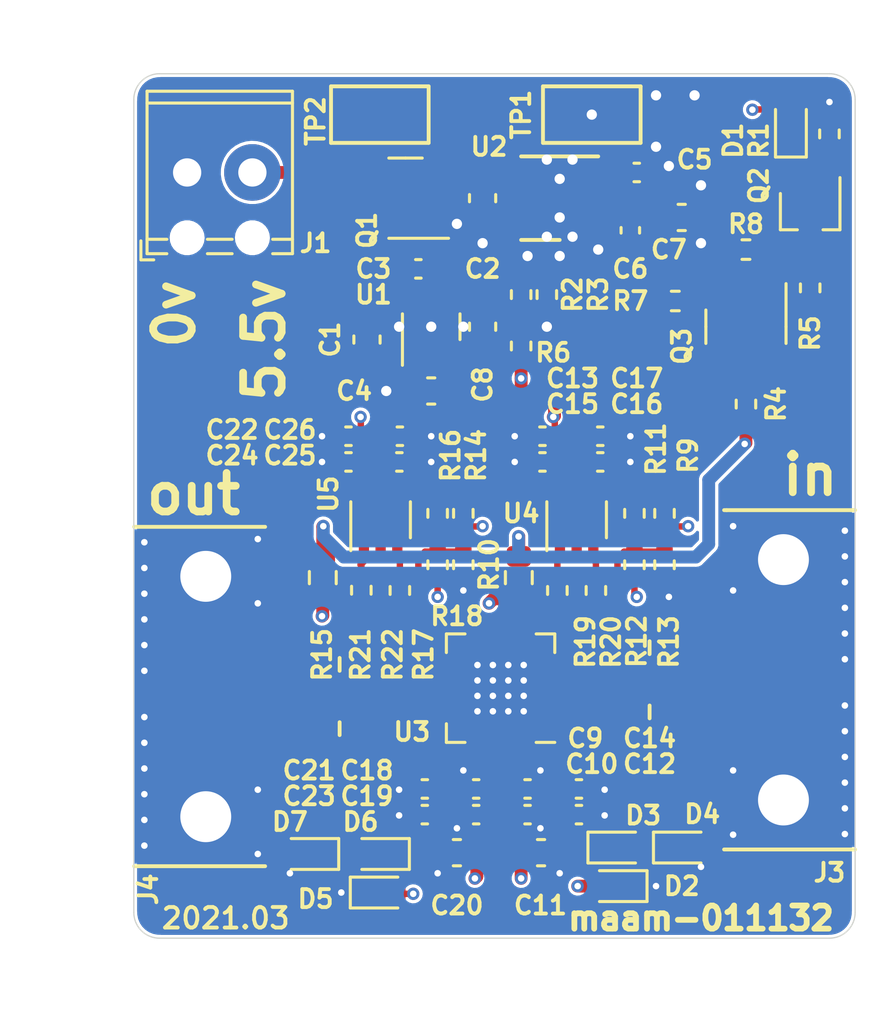
<source format=kicad_pcb>
(kicad_pcb (version 20210228) (generator pcbnew)
  (layers (0 "F.Cu" signal) (1 "In1.Cu" signal) (2 "In2.Cu" signal) (31 "B.Cu" signal) (34 "B.Paste" user) (35 "F.Paste" user) (36 "B.SilkS" user "B.Silkscreen") (37 "F.SilkS" user "F.Silkscreen") (38 "B.Mask" user) (39 "F.Mask" user) (44 "Edge.Cuts" user))
  (net 0 "")
  (net 1 "EP")
  (net 2 "Net-(C1-Pad1)")
  (net 3 "Net-(C3-Pad2)")
  (net 4 "Net-(C3-Pad1)")
  (net 5 "Net-(C4-Pad1)")
  (net 6 "Net-(C5-Pad1)")
  (net 7 "Net-(C6-Pad1)")
  (net 8 "Net-(C8-Pad1)")
  (net 9 "-5V")
  (net 10 "/mmic_bias_a/Vd")
  (net 11 "Net-(D1-Pad1)")
  (net 12 "Net-(J1-Pad2)")
  (net 13 "/mmic_bias_a/Vg")
  (net 14 "Net-(J3-Pad1)")
  (net 15 "Net-(J4-Pad1)")
  (net 16 "+4V")
  (net 17 "Net-(Q2-Pad3)")
  (net 18 "Net-(Q2-Pad1)")
  (net 19 "Net-(Q3-Pad3)")
  (net 20 "/mmic_bias_a1/Vd")
  (net 21 "Net-(Q3-Pad1)")
  (net 22 "Net-(R2-Pad2)")
  (net 23 "/mmic_bias_a1/Vg")
  (net 24 "Net-(D3-Pad2)")
  (net 25 "Net-(D6-Pad2)")
  (net 26 "/mmic_bias_a/Vp")
  (net 27 "Net-(R11-Pad2)")
  (net 28 "Net-(R12-Pad2)")
  (net 29 "Net-(R16-Pad2)")
  (net 30 "Net-(R17-Pad2)")
  (net 31 "Net-(R19-Pad2)")
  (net 32 "Net-(R21-Pad2)")
  (net 33 "Net-(R20-Pad2)")
  (net 34 "Net-(R22-Pad2)")
  (footprint "jtk_rf_footprints:sw_edge_oshpark_4layer" (layer "F.Cu") (at 99.435 69.125 90)
    (fp_text reference "J4")
    (fp_text value "Conn_Coaxial")
  )
  (footprint "Resistor_SMD:R_0402_1005Metric" (layer "F.Cu") (at 120.5 53.74)
    (fp_text reference "R7")
    (fp_text value "0")
  )
  (footprint "Diode_SMD:D_SOD-523" (layer "F.Cu") (at 120.8 75)
    (fp_text reference "D4")
    (fp_text value "BAS516")
  )
  (footprint "Resistor_SMD:R_0402_1005Metric" (layer "F.Cu") (at 120.08 62 -90)
    (fp_text reference "R9")
    (fp_text value "15k")
  )
  (footprint "Resistor_SMD:R_0402_1005Metric" (layer "F.Cu") (at 118.91 62 90)
    (fp_text reference "R11")
    (fp_text value "1k")
  )
  (footprint "Resistor_SMD:R_0402_1005Metric" (layer "F.Cu") (at 112.25 62 -90)
    (fp_text reference "R14")
    (fp_text value "15k")
  )
  (footprint "Resistor_SMD:R_0402_1005Metric" (layer "F.Cu") (at 115.5 53.49 -90)
    (fp_text reference "R3")
    (fp_text value "51k")
  )
  (footprint "Package_TO_SOT_SMD:SOT-323_SC-70" (layer "F.Cu") (at 125.75 50.24 -90)
    (fp_text reference "Q2")
    (fp_text value "BC848W")
  )
  (footprint "Resistor_SMD:R_0402_1005Metric" (layer "F.Cu") (at 111.25 62 90)
    (fp_text reference "R16")
    (fp_text value "1k")
  )
  (footprint "Capacitor_SMD:C_0402_1005Metric" (layer "F.Cu") (at 116.75 73.72)
    (fp_text reference "C12")
    (fp_text value "100 pF")
  )
  (footprint "Capacitor_SMD:C_0402_1005Metric" (layer "F.Cu") (at 110.5 52.49)
    (fp_text reference "C3")
    (fp_text value "1 uF")
  )
  (footprint "Capacitor_SMD:C_0402_1005Metric" (layer "F.Cu") (at 109.76 60)
    (fp_text reference "C25")
    (fp_text value "100 pF")
  )
  (footprint "Capacitor_SMD:C_0402_1005Metric" (layer "F.Cu") (at 112.75 73.72 180)
    (fp_text reference "C19")
    (fp_text value "100 nF")
  )
  (footprint "Capacitor_SMD:C_0603_1608Metric" (layer "F.Cu") (at 113 49.74 -90)
    (fp_text reference "C2")
    (fp_text value "4.7 uF")
  )
  (footprint "Capacitor_SMD:C_0402_1005Metric" (layer "F.Cu") (at 115.33 60 180)
    (fp_text reference "C15")
    (fp_text value "100 pF")
  )
  (footprint "Capacitor_SMD:C_0603_1608Metric" (layer "F.Cu") (at 111 57.24 180)
    (fp_text reference "C4")
    (fp_text value "4.7 uF")
  )
  (footprint "Resistor_SMD:R_0402_1005Metric" (layer "F.Cu") (at 115.91 65 90)
    (fp_text reference "R19")
    (fp_text value "1k")
  )
  (footprint "jtk_rf_footprints:sw_edge_oshpark_4layer" (layer "F.Cu") (at 127.5 68.475 -90)
    (fp_text reference "J3")
    (fp_text value "Conn_Coaxial")
  )
  (footprint "Capacitor_SMD:C_0402_1005Metric" (layer "F.Cu") (at 112.75 72.72 180)
    (fp_text reference "C18")
    (fp_text value "100 pF")
  )
  (footprint "TestPoint:TestPoint_Keystone_5015_Micro-Minature" (layer "F.Cu") (at 109 46.49)
    (fp_text reference "TP2")
    (fp_text value "TestPoint")
  )
  (footprint "Capacitor_SMD:C_0402_1005Metric" (layer "F.Cu") (at 110.75 72.72 180)
    (fp_text reference "C21")
    (fp_text value "100 pF")
  )
  (footprint "Capacitor_SMD:C_0402_1005Metric" (layer "F.Cu") (at 116.75 72.72)
    (fp_text reference "C14")
    (fp_text value "1 nH")
  )
  (footprint "Resistor_SMD:R_0603_1608Metric" (layer "F.Cu") (at 114.41 64.5 -90)
    (fp_text reference "R10")
    (fp_text value "0.5")
  )
  (footprint "Resistor_SMD:R_0402_1005Metric" (layer "F.Cu") (at 126.5 47.24 90)
    (fp_text reference "R1")
    (fp_text value "10k")
  )
  (footprint "Capacitor_SMD:C_0402_1005Metric" (layer "F.Cu") (at 117.58 59)
    (fp_text reference "C17")
    (fp_text value "100 nF")
  )
  (footprint "Resistor_SMD:R_0402_1005Metric" (layer "F.Cu") (at 117.41 65 90)
    (fp_text reference "R20")
    (fp_text value "1k")
  )
  (footprint "Package_TO_SOT_SMD:SOT-353_SC-70-5" (layer "F.Cu") (at 116.66 62.25 90)
    (fp_text reference "U4")
    (fp_text value "TLV9001IDCK")
  )
  (footprint "Capacitor_SMD:C_0603_1608Metric" (layer "F.Cu") (at 108.5 55.24 90)
    (fp_text reference "C1")
    (fp_text value "4.7 uF")
  )
  (footprint "Resistor_SMD:R_0402_1005Metric" (layer "F.Cu") (at 118.91 64 90)
    (fp_text reference "R12")
    (fp_text value "1k")
  )
  (footprint "Capacitor_SMD:C_0402_1005Metric" (layer "F.Cu") (at 115.33 59 180)
    (fp_text reference "C13")
    (fp_text value "100 nF")
  )
  (footprint "Resistor_SMD:R_0603_1608Metric" (layer "F.Cu") (at 106.78 64.5 -90)
    (fp_text reference "R15")
    (fp_text value "0.5")
  )
  (footprint "Capacitor_SMD:C_0603_1608Metric" (layer "F.Cu") (at 120.75 50.49)
    (fp_text reference "C7")
    (fp_text value "4.7 uF")
  )
  (footprint "Package_TO_SOT_SMD:SOT-23" (layer "F.Cu") (at 110 49.74 180)
    (fp_text reference "Q1")
    (fp_text value "IRLML6401")
  )
  (footprint "Resistor_SMD:R_0402_1005Metric" (layer "F.Cu") (at 108.28 64.99 90)
    (fp_text reference "R21")
    (fp_text value "1k")
  )
  (footprint "Capacitor_SMD:C_0402_1005Metric" (layer "F.Cu") (at 118.75 50.99 -90)
    (fp_text reference "C6")
    (fp_text value "1 nF")
  )
  (footprint "Diode_SMD:D_SOD-523" (layer "F.Cu") (at 109 76.75)
    (fp_text reference "D5")
    (fp_text value "BAS516")
  )
  (footprint "Resistor_SMD:R_0402_1005Metric" (layer "F.Cu") (at 112.25 64 -90)
    (fp_text reference "R18")
    (fp_text value "100k")
  )
  (footprint "Capacitor_SMD:C_0402_1005Metric" (layer "F.Cu") (at 117.58 60)
    (fp_text reference "C16")
    (fp_text value "100 pF")
  )
  (footprint "Resistor_SMD:R_0402_1005Metric" (layer "F.Cu") (at 123.25 51.74 180)
    (fp_text reference "R8")
    (fp_text value "10k")
  )
  (footprint "Capacitor_SMD:C_0402_1005Metric" (layer "F.Cu") (at 119 48.74)
    (fp_text reference "C5")
    (fp_text value "1 nF")
  )
  (footprint "Capacitor_SMD:C_0402_1005Metric" (layer "F.Cu") (at 107.78 60 180)
    (fp_text reference "C24")
    (fp_text value "100 pF")
  )
  (footprint "Package_TO_SOT_SMD:SOT-353_SC-70-5" (layer "F.Cu") (at 109.03 62.25 90)
    (fp_text reference "U5")
    (fp_text value "TLV9001IDCK")
  )
  (footprint "Capacitor_SMD:C_0402_1005Metric" (layer "F.Cu") (at 114.75 72.72)
    (fp_text reference "C9")
    (fp_text value "100 pF")
  )
  (footprint "Capacitor_SMD:C_0402_1005Metric" (layer "F.Cu") (at 114.75 73.72)
    (fp_text reference "C10")
    (fp_text value "100 nF")
  )
  (footprint "Resistor_SMD:R_0402_1005Metric" (layer "F.Cu") (at 111.25 64 90)
    (fp_text reference "R17")
    (fp_text value "1k")
  )
  (footprint "TestPoint:TestPoint_Keystone_5015_Micro-Minature" (layer "F.Cu") (at 117.25 46.49 180)
    (fp_text reference "TP1")
    (fp_text value "TestPoint")
  )
  (footprint "Capacitor_SMD:C_0402_1005Metric" (layer "F.Cu") (at 109.78 59)
    (fp_text reference "C26")
    (fp_text value "100 nF")
  )
  (footprint "Resistor_SMD:R_0402_1005Metric" (layer "F.Cu") (at 109.78 65 90)
    (fp_text reference "R22")
    (fp_text value "1k")
  )
  (footprint "Capacitor_SMD:C_0402_1005Metric" (layer "F.Cu") (at 107.78 59 180)
    (fp_text reference "C22")
    (fp_text value "100 nF")
  )
  (footprint "Capacitor_SMD:C_0603_1608Metric" (layer "F.Cu") (at 112 75.2 180)
    (fp_text reference "C20")
    (fp_text value "4.7 uF")
  )
  (footprint "Resistor_SMD:R_0402_1005Metric" (layer "F.Cu") (at 120.08 64 -90)
    (fp_text reference "R13")
    (fp_text value "100k")
  )
  (footprint "Capacitor_SMD:C_0603_1608Metric" (layer "F.Cu") (at 115.275 75.2)
    (fp_text reference "C11")
    (fp_text value "4.7 uF")
  )
  (footprint "Resistor_SMD:R_0402_1005Metric" (layer "F.Cu") (at 114.5 53.49 90)
    (fp_text reference "R2")
    (fp_text value "158k")
  )
  (footprint "Diode_SMD:D_SOD-523" (layer "F.Cu") (at 109 75.25 180)
    (fp_text reference "D6")
    (fp_text value "BAS516")
  )
  (footprint "Resistor_SMD:R_0402_1005Metric" (layer "F.Cu") (at 114.5 55.49 -90)
    (fp_text reference "R6")
    (fp_text value "0")
  )
  (footprint "Diode_SMD:D_SOD-523" (layer "F.Cu") (at 125 46.99 90)
    (fp_text reference "D1")
    (fp_text value "MM5Z3V3T1G")
  )
  (footprint "Diode_SMD:D_SOD-523" (layer "F.Cu") (at 118.25 76.5 180)
    (fp_text reference "D2")
    (fp_text value "BAS516")
  )
  (footprint "Diode_SMD:D_SOD-523" (layer "F.Cu") (at 106.25 75.25 180)
    (fp_text reference "D7")
    (fp_text value "BAS516")
  )
  (footprint "Capacitor_SMD:C_0603_1608Metric" (layer "F.Cu") (at 113 54.74 90)
    (fp_text reference "C8")
    (fp_text value "4.7 uF")
  )
  (footprint "Resistor_SMD:R_0402_1005Metric" (layer "F.Cu") (at 125.75 53.23 -90)
    (fp_text reference "R5")
    (fp_text value "10k")
  )
  (footprint "Package_TO_SOT_SMD:SOT-23" (layer "F.Cu") (at 123.25 54.74 -90)
    (fp_text reference "Q3")
    (fp_text value "IRLML6401")
  )
  (footprint "Capacitor_SMD:C_0402_1005Metric" (layer "F.Cu") (at 110.75 73.72 180)
    (fp_text reference "C23")
    (fp_text value "1 nH")
  )
  (footprint "TerminalBlock_Phoenix:TerminalBlock_Phoenix_MPT-0,5-2-2.54_1x02_P2.54mm_Horizontal" (layer "F.Cu") (at 101.5 48.74)
    (fp_text reference "J1")
    (fp_text value "Screw_Terminal_01x02")
  )
  (footprint "Diode_SMD:D_SOD-523" (layer "F.Cu") (at 118.25 75)
    (fp_text reference "D3")
    (fp_text value "BAS516")
  )
  (footprint "Package_SON:WSON-8-1EP_2x2mm_P0.5mm_EP0.9x1.6mm" (layer "F.Cu") (at 111 54.74 90)
    (fp_text reference "U1")
    (fp_text value "LM27761")
  )
  (footprint "Resistor_SMD:R_0402_1005Metric" (layer "F.Cu") (at 123.25 57.75 -90)
    (fp_text reference "R4")
    (fp_text value "0")
  )
  (footprint "Package_DFN_QFN:DFN-8-1EP_3x3mm_P0.5mm_EP1.66x2.38mm" (layer "F.Cu") (at 116 49.74 180)
    (fp_text reference "U2")
    (fp_text value "ADM7170ACPZ-4.2-R7")
  )
  (footprint "jtk_rf_footprints:PQFN-16-1EP_4x4mm_P0.65mm_EP2.4x2.4mm" (layer "F.Cu") (at 113.7 68.8 180)
    (fp_text reference "U3")
    (fp_text value "MAAM-011132")
  )
  (gr_arc (start 100.425 77.525) (end 100.425 78.525) (angle 90) (layer "Edge.Cuts") (width 0.05))
  (gr_arc (start 126.5 45.9) (end 127.5 45.9) (angle -90) (layer "Edge.Cuts") (width 0.05))
  (gr_line (start 126.5 44.9) (end 100.425 44.9) (layer "Edge.Cuts") (width 0.05))
  (gr_line (start 100.425 78.525) (end 126.5 78.525) (layer "Edge.Cuts") (width 0.05))
  (gr_arc (start 100.425 45.9) (end 99.425 45.9) (angle 90) (layer "Edge.Cuts") (width 0.05))
  (gr_line (start 99.425 45.9) (end 99.425 77.525) (layer "Edge.Cuts") (width 0.05))
  (gr_arc (start 126.5 77.525) (end 126.5 78.525) (angle -90) (layer "Edge.Cuts") (width 0.05))
  (gr_line (start 127.5 77.525) (end 127.5 45.9) (layer "Edge.Cuts") (width 0.05))
  (gr_text "out" (at 101.75 61.25) (layer "F.SilkS") (effects (font (size 1.5 1.5) (thickness 0.3))))
  (gr_text "in" (at 125.75 60.5) (layer "F.SilkS") (effects (font (size 1.5 1.5) (thickness 0.3))))
  (gr_text "0v" (at 101 54.24 90) (layer "F.SilkS") (effects (font (size 1.5 1.5) (thickness 0.3))))
  (gr_text "maam-011132" (at 121.5 77.75) (layer "F.SilkS") (effects (font (size 0.9 0.9) (thickness 0.225))))
  (gr_text "5.5v" (at 104.5 55.24 90) (layer "F.SilkS") (effects (font (size 1.5 1.5) (thickness 0.3))))
  (gr_text "2021.03" (at 103 77.75) (layer "F.SilkS") (effects (font (size 0.8 0.8))))
  (segment (start 121.5 75) (end 121.5 75.75) (width 0.5) (layer "F.Cu") (net 1))
  (segment (start 116.05 75.95) (end 116 76) (width 0.5) (layer "F.Cu") (net 1))
  (segment (start 113.375 67.025) (end 113.375 68.475) (width 0.25) (layer "F.Cu") (net 1))
  (segment (start 111.925 68.475) (end 113.375 68.475) (width 0.25) (layer "F.Cu") (net 1))
  (segment (start 107.3 59) (end 106.75 59) (width 0.25) (layer "F.Cu") (net 1))
  (segment (start 115.5 54) (end 115.5 54.74) (width 0.5) (layer "F.Cu") (net 1))
  (segment (start 126.5 46.73) (end 126.5 46) (width 0.25) (layer "F.Cu") (net 1))
  (segment (start 109.78 72.72) (end 109.75 72.75) (width 0.5) (layer "F.Cu") (net 1))
  (segment (start 117.23 72.72) (end 117.72 72.72) (width 0.5) (layer "F.Cu") (net 1))
  (segment (start 112.25 64.51) (end 112.25 65) (width 0.25) (layer "F.Cu") (net 1))
  (segment (start 111.225 75.975) (end 111.25 76) (width 0.5) (layer "F.Cu") (net 1))
  (segment (start 113 50.515) (end 113 51.24) (width 0.5) (layer "F.Cu") (net 1))
  (segment (start 115.23 72.72) (end 115.23 72.02) (width 0.5) (layer "F.Cu") (net 1))
  (segment (start 110.225 57.24) (end 109.25 57.24) (width 0.25) (layer "F.Cu") (net 1))
  (segment (start 120.08 65.08) (end 120.25 65.25) (width 0.25) (layer "F.Cu") (net 1))
  (segment (start 110.75 55.69) (end 110.75 54.99) (width 0.25) (layer "F.Cu") (net 1))
  (segment (start 105.55 75.25) (end 105.55 75.95) (width 0.5) (layer "F.Cu") (net 1))
  (segment (start 112.725 69.775) (end 113.7 68.8) (width 0.25) (layer "F.Cu") (net 1))
  (segment (start 110.225 57.24) (end 110.225 56.765) (width 0.25) (layer "F.Cu") (net 1))
  (segment (start 120.08 64.51) (end 120.08 65.08) (width 0.25) (layer "F.Cu") (net 1))
  (segment (start 117.72 73.72) (end 117.75 73.75) (width 0.5) (layer "F.Cu") (net 1))
  (segment (start 110.27 73.72) (end 109.78 73.72) (width 0.5) (layer "F.Cu") (net 1))
  (segment (start 109.78 73.72) (end 109.75 73.75) (width 0.5) (layer "F.Cu") (net 1))
  (segment (start 110.27 72.72) (end 109.78 72.72) (width 0.5) (layer "F.Cu") (net 1))
  (segment (start 112.27 73.98) (end 112 74.25) (width 0.5) (layer "F.Cu") (net 1))
  (segment (start 115.475 69.125) (end 114.025 69.125) (width 0.25) (layer "F.Cu") (net 1))
  (segment (start 111 50.69) (end 111.95 50.69) (width 0.5) (layer "F.Cu") (net 1))
  (segment (start 119.48 48.74) (end 120.25 48.74) (width 0.25) (layer "F.Cu") (net 1))
  (segment (start 117.23 73.72) (end 117.72 73.72) (width 0.5) (layer "F.Cu") (net 1))
  (segment (start 114.675 69.775) (end 113.7 68.8) (width 0.25) (layer "F.Cu") (net 1))
  (segment (start 111.225 75.2) (end 111.225 75.975) (width 0.5) (layer "F.Cu") (net 1))
  (segment (start 114.675 67.025) (end 114.675 67.825) (width 0.25) (layer "F.Cu") (net 1))
  (segment (start 112.27 72.72) (end 112.27 72.02) (width 0.5) (layer "F.Cu") (net 1))
  (segment (start 112.725 67.025) (end 112.725 67.825) (width 0.25) (layer "F.Cu") (net 1))
  (segment (start 114.85 59) (end 114.25 59) (width 0.25) (layer "F.Cu") (net 1))
  (segment (start 115.23 72.02) (end 115.25 72) (width 0.5) (layer "F.Cu") (net 1))
  (segment (start 110.225 56.765) (end 110.75 56.24) (width 0.25) (layer "F.Cu") (net 1))
  (segment (start 111.925 67.825) (end 112.725 67.825) (width 0.25) (layer "F.Cu") (net 1))
  (segment (start 111.95 50.69) (end 112 50.74) (width 0.5) (layer "F.Cu") (net 1))
  (segment (start 111.925 69.775) (end 112.725 69.775) (width 0.25) (layer "F.Cu") (net 1))
  (segment (start 114.025 68.475) (end 113.7 68.8) (width 0.25) (layer "F.Cu") (net 1))
  (segment (start 110.75 56.24) (end 110.75 55.69) (width 0.25) (layer "F.Cu") (net 1))
  (segment (start 112.27 72.02) (end 112.25 72) (width 0.5) (layer "F.Cu") (net 1))
  (segment (start 115.23 73.72) (end 115.23 74.23) (width 0.5) (layer "F.Cu") (net 1))
  (segment (start 107.3 60) (end 106.75 60) (width 0.25) (layer "F.Cu") (net 1))
  (segment (start 114.85 60) (end 114.25 60) (width 0.25) (layer "F.Cu") (net 1))
  (segment (start 108.5 54.465) (end 109.475 54.465) (width 0.39) (layer "F.Cu") (net 1))
  (segment (start 114.6 49.49) (end 115.75 49.49) (width 0.25) (layer "F.Cu") (net 1))
  (segment (start 110.75 54.99) (end 111 54.74) (width 0.25) (layer "F.Cu") (net 1))
  (segment (start 112.25 54.74) (end 112.25 54.715) (width 0.5) (layer "F.Cu") (net 1))
  (segment (start 118.06 60) (end 118.75 60) (width 0.25) (layer "F.Cu") (net 1))
  (segment (start 118.95 76.5) (end 119.75 76.5) (width 0.5) (layer "F.Cu") (net 1))
  (segment (start 114.675 67.825) (end 113.7 68.8) (width 0.25) (layer "F.Cu") (net 1))
  (segment (start 115.475 67.825) (end 114.675 67.825) (width 0.25) (layer "F.Cu") (net 1))
  (segment (start 110.24 60) (end 111 60) (width 0.25) (layer "F.Cu") (net 1))
  (segment (start 111 54.74) (end 112.25 54.74) (width 0.5) (layer "F.Cu") (net 1))
  (segment (start 115.475 69.775) (end 114.675 69.775) (width 0.25) (layer "F.Cu") (net 1))
  (segment (start 116.05 75.2) (end 116.05 75.95) (width 0.5) (layer "F.Cu") (net 1))
  (segment (start 115.23 74.23) (end 115.25 74.25) (width 0.5) (layer "F.Cu") (net 1))
  (segment (start 112.725 67.825) (end 113.7 68.8) (width 0.25) (layer "F.Cu") (net 1))
  (segment (start 117.72 72.72) (end 117.75 72.75) (width 0.5) (layer "F.Cu") (net 1))
  (segment (start 110.26 59) (end 111 59) (width 0.25) (layer "F.Cu") (net 1))
  (segment (start 108.3 76.75) (end 107.5 76.75) (width 0.5) (layer "F.Cu") (net 1))
  (segment (start 105.55 75.95) (end 105.5 76) (width 0.5) (layer "F.Cu") (net 1))
  (segment (start 114.025 69.125) (end 113.7 68.8) (width 0.25) (layer "F.Cu") (net 1))
  (segment (start 118.06 59) (end 118.75 59) (width 0.25) (layer "F.Cu") (net 1))
  (segment (start 114.025 67.025) (end 114.025 68.475) (width 0.25) (layer "F.Cu") (net 1))
  (segment (start 112.25 54.715) (end 113 53.965) (width 0.5) (layer "F.Cu") (net 1))
  (segment (start 113.375 68.475) (end 113.7 68.8) (width 0.25) (layer "F.Cu") (net 1))
  (segment (start 109.475 54.465) (end 109.75 54.74) (width 0.39) (layer "F.Cu") (net 1))
  (segment (start 115.75 49.49) (end 116 49.74) (width 0.25) (layer "F.Cu") (net 1))
  (segment (start 112.27 73.72) (end 112.27 73.98) (width 0.5) (layer "F.Cu") (net 1))
  (via (at 112 74.25) (size 0.48) (drill 0.254) (layers "F.Cu" "B.Cu") (net 1))
  (via (at 121.5 51.49) (size 0.8) (drill 0.4) (layers "F.Cu" "B.Cu") (net 1))
  (via (at 114 67.9) (size 0.48) (drill 0.254) (layers "F.Cu" "B.Cu") (net 1))
  (via (at 111 54.74) (size 0.8) (drill 0.4) (layers "F.Cu" "B.Cu") (net 1))
  (via (at 122.75 72) (size 0.48) (drill 0.254) (layers "F.Cu" "B.Cu") (net 1))
  (via (at 115.5 51.24) (size 0.8) (drill 0.4) (layers "F.Cu" "B.Cu") (net 1))
  (via (at 126.5 46) (size 0.48) (drill 0.254) (layers "F.Cu" "B.Cu") (net 1))
  (via (at 117.25 46.49) (size 0.8) (drill 0.4) (layers "F.Cu" "B.Cu") (net 1))
  (via (at 117.75 73.75) (size 0.48) (drill 0.254) (layers "F.Cu" "B.Cu") (net 1))
  (via (at 113.4 69.7) (size 0.48) (drill 0.254) (layers "F.Cu" "B.Cu") (net 1))
  (via (at 113.4 68.5) (size 0.48) (drill 0.254) (layers "F.Cu" "B.Cu") (net 1))
  (via (at 105.5 76) (size 0.48) (drill 0.254) (layers "F.Cu" "B.Cu") (net 1))
  (via (at 118.75 60) (size 0.48) (drill 0.254) (layers "F.Cu" "B.Cu") (net 1))
  (via (at 115.25 74.25) (size 0.48) (drill 0.254) (layers "F.Cu" "B.Cu") (net 1))
  (via (at 116.5 51.24) (size 0.8) (drill 0.4) (layers "F.Cu" "B.Cu") (net 1))
  (via (at 115.5 54.74) (size 0.8) (drill 0.4) (layers "F.Cu" "B.Cu") (net 1))
  (via (at 121.25 45.74) (size 0.8) (drill 0.4) (layers "F.Cu" "B.Cu") (net 1))
  (via (at 119.75 76.5) (size 0.48) (drill 0.254) (layers "F.Cu" "B.Cu") (net 1))
  (via (at 120.25 65.25) (size 0.48) (drill 0.254) (layers "F.Cu" "B.Cu") (net 1))
  (via (at 115.25 72) (size 0.48) (drill 0.254) (layers "F.Cu" "B.Cu") (net 1))
  (via (at 111 59) (size 0.48) (drill 0.254) (layers "F.Cu" "B.Cu") (net 1))
  (via (at 113.4 69.1) (size 0.48) (drill 0.254) (layers "F.Cu" "B.Cu") (net 1))
  (via (at 104.25 72.75) (size 0.48) (drill 0.254) (layers "F.Cu" "B.Cu") (net 1))
  (via (at 115.5 48.24) (size 0.8) (drill 0.4) (layers "F.Cu" "B.Cu") (net 1))
  (via (at 116 51.99) (size 0.8) (drill 0.4) (layers "F.Cu" "B.Cu") (net 1))
  (via (at 120.25 48.49) (size 0.8) (drill 0.4) (layers "F.Cu" "B.Cu") (net 1))
  (via (at 106.75 59) (size 0.48) (drill 0.254) (layers "F.Cu" "B.Cu") (net 1))
  (via (at 116.5 48.24) (size 0.8) (drill 0.4) (layers "F.Cu" "B.Cu") (net 1))
  (via (at 104.25 75.25) (size 0.48) (drill 0.254) (layers "F.Cu" "B.Cu") (net 1))
  (via (at 112 50.74) (size 0.8) (drill 0.4) (layers "F.Cu" "B.Cu") (net 1))
  (via (at 109.75 73.75) (size 0.48) (drill 0.254) (layers "F.Cu" "B.Cu") (net 1))
  (via (at 104.25 63) (size 0.48) (drill 0.254) (layers "F.Cu" "B.Cu") (net 1))
  (via (at 109.25 57.24) (size 0.8) (drill 0.4) (layers "F.Cu" "B.Cu") (net 1))
  (via (at 116 50.49) (size 0.8) (drill 0.4) (layers "F.Cu" "B.Cu") (net 1))
  (via (at 114.75 51.99) (size 0.8) (drill 0.4) (layers "F.Cu" "B.Cu") (net 1))
  (via (at 114.6 69.1) (size 0.48) (drill 0.254) (layers "F.Cu" "B.Cu") (net 1))
  (via (at 114.6 68.5) (size 0.48) (drill 0.254) (layers "F.Cu" "B.Cu") (net 1))
  (via (at 111 60) (size 0.48) (drill 0.254) (layers "F.Cu" "B.Cu") (net 1))
  (via (at 112.8 67.9) (size 0.48) (drill 0.254) (layers "F.Cu" "B.Cu") (net 1))
  (via (at 114.6 69.7) (size 0.48) (drill 0.254) (layers "F.Cu" "B.Cu") (net 1))
  (via (at 119.75 47.74) (size 0.8) (drill 0.4) (layers "F.Cu" "B.Cu") (net 1))
  (via (at 114.6 67.9) (size 0.48) (drill 0.254) (layers "F.Cu" "B.Cu") (net 1))
  (via (at 111.25 76) (size 0.48) (drill 0.254) (layers "F.Cu" "B.Cu") (net 1))
  (via (at 117.5 51.74) (size 0.8) (drill 0.4) (layers "F.Cu" "B.Cu") (net 1))
  (via (at 119.75 45.74) (size 0.8) (drill 0.4) (layers "F.Cu" "B.Cu") (net 1))
  (via (at 106.75 60) (size 0.48) (drill 0.254) (layers "F.Cu" "B.Cu") (net 1))
  (via (at 109.75 54.74) (size 0.8) (drill 0.4) (layers "F.Cu" "B.Cu") (net 1))
  (via (at 112.8 69.1) (size 0.48) (drill 0.254) (layers "F.Cu" "B.Cu") (net 1))
  (via (at 117.75 72.75) (size 0.48) (drill 0.254) (layers "F.Cu" "B.Cu") (net 1))
  (via (at 116 48.99) (size 0.8) (drill 0.4) (layers "F.Cu" "B.Cu") (net 1))
  (via (at 114 69.1) (size 0.48) (drill 0.254) (layers "F.Cu" "B.Cu") (net 1))
  (via (at 114.25 59) (size 0.48) (drill 0.254) (layers "F.Cu" "B.Cu") (net 1))
  (via (at 104.25 65.5) (size 0.48) (drill 0.254) (layers "F.Cu" "B.Cu") (net 1))
  (via (at 112.25 54.74) (size 0.8) (drill 0.4) (layers "F.Cu" "B.Cu") (net 1))
  (via (at 112.25 72) (size 0.48) (drill 0.254) (layers "F.Cu" "B.Cu") (net 1))
  (via (at 118.75 59) (size 0.48) (drill 0.254) (layers "F.Cu" "B.Cu") (net 1))
  (via (at 113 51.49) (size 0.8) (drill 0.4) (layers "F.Cu" "B.Cu") (net 1))
  (via (at 122.75 65) (size 0.48) (drill 0.254) (layers "F.Cu" "B.Cu") (net 1))
  (via (at 112.25 65) (size 0.48) (drill 0.254) (layers "F.Cu" "B.Cu") (net 1))
  (via (at 121.5 75.75) (size 0.48) (drill 0.254) (layers "F.Cu" "B.Cu") (net 1))
  (via (at 114 69.7) (size 0.48) (drill 0.254) (layers "F.Cu" "B.Cu") (net 1))
  (via (at 121.5 49.24) (size 0.8) (drill 0.4) (layers "F.Cu" "B.Cu") (net 1))
  (via (at 122.75 74.5) (size 0.48) (drill 0.254) (layers "F.Cu" "B.Cu") (net 1))
  (via (at 109.75 72.75) (size 0.48) (drill 0.254) (layers "F.Cu" "B.Cu") (net 1))
  (via (at 122.75 62.5) (size 0.48) (drill 0.254) (layers "F.Cu" "B.Cu") (net 1))
  (via (at 114.25 60) (size 0.48) (drill 0.254) (layers "F.Cu" "B.Cu") (net 1))
  (via (at 112.8 69.7) (size 0.48) (drill 0.254) (layers "F.Cu" "B.Cu") (net 1))
  (via (at 113.4 67.9) (size 0.48) (drill 0.254) (layers "F.Cu" "B.Cu") (net 1))
  (via (at 114 68.5) (size 0.48) (drill 0.254) (layers "F.Cu" "B.Cu") (net 1))
  (via (at 112.8 68.5) (size 0.48) (drill 0.254) (layers "F.Cu" "B.Cu") (net 1))
  (via (at 107.5 76.75) (size 0.48) (drill 0.254) (layers "F.Cu" "B.Cu") (net 1))
  (via (at 116 76) (size 0.48) (drill 0.254) (layers "F.Cu" "B.Cu") (net 1))
  (segment (start 111.399388 51.545) (end 112.094388 52.24) (width 0.5) (layer "F.Cu") (net 2))
  (segment (start 107.775 56.015) (end 108.5 56.015) (width 0.5) (layer "F.Cu") (net 2))
  (segment (start 108.945 51.545) (end 111.399388 51.545) (width 0.5) (layer "F.Cu") (net 2))
  (segment (start 112.75 52.24) (end 113.5 52.24) (width 0.25) (layer "F.Cu") (net 2))
  (segment (start 114.6 49.99) (end 114 49.99) (width 0.25) (layer "F.Cu") (net 2))
  (segment (start 113.99799 50.48799) (end 113.99799 49.98799) (width 0.25) (layer "F.Cu") (net 2))
  (segment (start 110.25 55.69) (end 110.25 55.99) (width 0.25) (layer "F.Cu") (net 2))
  (segment (start 109.25 56.24) (end 108.725 56.24) (width 0.5) (layer "F.Cu") (net 2))
  (segment (start 111.377009 52.957379) (end 112.094388 52.24) (width 0.25) (layer "F.Cu") (net 2))
  (segment (start 112.25 48.99) (end 112.275 48.965) (width 0.5) (layer "F.Cu") (net 2))
  (segment (start 107.5 51.74) (end 107 52.24) (width 0.5) (layer "F.Cu") (net 2))
  (segment (start 114 48.99) (end 113.99 48.99) (width 0.5) (layer "F.Cu") (net 2))
  (segment (start 108.725 56.24) (end 108.5 56.015) (width 0.5) (layer "F.Cu") (net 2))
  (segment (start 108.945 51.545) (end 108.75 51.74) (width 0.5) (layer "F.Cu") (net 2))
  (segment (start 107 52.24) (end 107 54.74) (width 0.5) (layer "F.Cu") (net 2))
  (segment (start 113.5 52.24) (end 114 51.74) (width 0.25) (layer "F.Cu") (net 2))
  (segment (start 111.25 53.79) (end 111.25 53.273172) (width 0.25) (layer "F.Cu") (net 2))
  (segment (start 111.377009 53.146163) (end 111.377009 52.957379) (width 0.25) (layer "F.Cu") (net 2))
  (segment (start 111 48.79) (end 111.05 48.74) (width 0.5) (layer "F.Cu") (net 2))
  (segment (start 113.99799 51.73799) (end 113.99799 50.48799) (width 0.25) (layer "F.Cu") (net 2))
  (segment (start 107.75 55.99) (end 107.775 56.015) (width 0.5) (layer "F.Cu") (net 2))
  (segment (start 113.99 48.99) (end 113.025 48.99) (width 0.5) (layer "F.Cu") (net 2))
  (segment (start 107 55.24) (end 107.75 55.99) (width 0.5) (layer "F.Cu") (net 2))
  (segment (start 113.372966 52.267011) (end 113.872989 51.766988) (width 0.5) (layer "F.Cu") (net 2))
  (segment (start 111.05 48.74) (end 111.75 48.74) (width 0.5) (layer "F.Cu") (net 2))
  (segment (start 112.094388 52.24) (end 112.75 52.24) (width 0.25) (layer "F.Cu") (net 2))
  (segment (start 114 49.99) (end 113.99799 49.98799) (width 0.25) (layer "F.Cu") (net 2))
  (segment (start 112.275 48.965) (end 113 48.965) (width 0.5) (layer "F.Cu") (net 2))
  (segment (start 110.25 55.99) (end 110 56.24) (width 0.25) (layer "F.Cu") (net 2))
  (segment (start 114 50.49) (end 113.99799 50.48799) (width 0.25) (layer "F.Cu") (net 2))
  (segment (start 113.99799 48.99201) (end 114 48.99) (width 0.25) (layer "F.Cu") (net 2))
  (segment (start 112.121399 52.267011) (end 113.372966 52.267011) (width 0.5) (layer "F.Cu") (net 2))
  (segment (start 113.872989 49.107011) (end 113.99 48.99) (width 0.5) (layer "F.Cu") (net 2))
  (segment (start 111.25 53.273172) (end 111.377009 53.146163) (width 0.25) (layer "F.Cu") (net 2))
  (segment (start 112.094388 52.24) (end 112.121399 52.267011) (width 0.5) (layer "F.Cu") (net 2))
  (segment (start 113.025 48.99) (end 113 48.965) (width 0.5) (layer "F.Cu") (net 2))
  (segment (start 108.75 51.74) (end 107.5 51.74) (width 0.5) (layer "F.Cu") (net 2))
  (segment (start 114.6 50.49) (end 114 50.49) (width 0.25) (layer "F.Cu") (net 2))
  (segment (start 111 48.79) (end 110.95 48.74) (width 0.5) (layer "F.Cu") (net 2))
  (segment (start 112 48.74) (end 112.25 48.99) (width 0.5) (layer "F.Cu") (net 2))
  (segment (start 113.99799 49.98799) (end 113.99799 48.99201) (width 0.25) (layer "F.Cu") (net 2))
  (segment (start 111.75 48.74) (end 112 48.74) (width 0.5) (layer "F.Cu") (net 2))
  (segment (start 110 56.24) (end 109.25 56.24) (width 0.5) (layer "F.Cu") (net 2))
  (segment (start 107 54.74) (end 107 55.24) (width 0.5) (layer "F.Cu") (net 2))
  (segment (start 114.6 48.99) (end 114 48.99) (width 0.25) (layer "F.Cu") (net 2))
  (segment (start 114 51.74) (end 113.99799 51.73799) (width 0.25) (layer "F.Cu") (net 2))
  (segment (start 113.872989 51.766988) (end 113.872989 49.107011) (width 0.5) (layer "F.Cu") (net 2))
  (segment (start 110.75 53.24) (end 111 52.99) (width 0.25) (layer "F.Cu") (net 3))
  (segment (start 111 52.51) (end 110.98 52.49) (width 0.25) (layer "F.Cu") (net 3))
  (segment (start 111 52.99) (end 111 52.51) (width 0.25) (layer "F.Cu") (net 3))
  (segment (start 110.75 53.79) (end 110.75 53.24) (width 0.25) (layer "F.Cu") (net 3))
  (segment (start 110 52.99) (end 110 52.51) (width 0.25) (layer "F.Cu") (net 4))
  (segment (start 110.25 53.79) (end 110.25 53.24) (width 0.25) (layer "F.Cu") (net 4))
  (segment (start 110.25 53.24) (end 110 52.99) (width 0.25) (layer "F.Cu") (net 4))
  (segment (start 110 52.51) (end 110.02 52.49) (width 0.25) (layer "F.Cu") (net 4))
  (segment (start 111.25 56.24) (end 111.25 55.69) (width 0.25) (layer "F.Cu") (net 5))
  (segment (start 111.775 56.765) (end 111.25 56.24) (width 0.25) (layer "F.Cu") (net 5))
  (segment (start 111.775 57.24) (end 111.775 56.765) (width 0.25) (layer "F.Cu") (net 5))
  (segment (start 117.4 48.99) (end 118 48.99) (width 0.25) (layer "F.Cu") (net 6))
  (segment (start 118.25 48.74) (end 118.52 48.74) (width 0.25) (layer "F.Cu") (net 6))
  (segment (start 118 48.99) (end 118.25 48.74) (width 0.25) (layer "F.Cu") (net 6))
  (segment (start 119.975 53.725) (end 119.99 53.74) (width 0.5) (layer "F.Cu") (net 7))
  (segment (start 119.975 50.49) (end 119.975 53.725) (width 0.5) (layer "F.Cu") (net 7))
  (segment (start 112 56.24) (end 112.75 56.24) (width 0.5) (layer "F.Cu") (net 8))
  (segment (start 111.75 55.69) (end 111.75 55.99) (width 0.25) (layer "F.Cu") (net 8))
  (segment (start 114.01 54.98) (end 114.5 54.98) (width 0.5) (layer "F.Cu") (net 8))
  (segment (start 113.75 55.24) (end 114.01 54.98) (width 0.5) (layer "F.Cu") (net 8))
  (segment (start 114.5 54.98) (end 114.5 54) (width 0.5) (layer "F.Cu") (net 8))
  (segment (start 111.75 55.99) (end 112 56.24) (width 0.25) (layer "F.Cu") (net 8))
  (segment (start 113 55.515) (end 113.475 55.515) (width 0.5) (layer "F.Cu") (net 8))
  (segment (start 112.75 56.24) (end 113 55.99) (width 0.5) (layer "F.Cu") (net 8))
  (segment (start 113 55.99) (end 113 55.515) (width 0.5) (layer "F.Cu") (net 8))
  (segment (start 113.475 55.515) (end 113.75 55.24) (width 0.5) (layer "F.Cu") (net 8))
  (segment (start 113.19 61.49) (end 114.39 61.49) (width 0.5) (layer "F.Cu") (net 9))
  (segment (start 117.1 59) (end 117.1 60) (width 0.25) (layer "F.Cu") (net 9))
  (segment (start 119.75 60.75) (end 117.73862 60.75) (width 0.25) (layer "F.Cu") (net 9))
  (segment (start 117.45724 60.46862) (end 117.1 60.46862) (width 0.25) (layer "F.Cu") (net 9))
  (segment (start 116.66 63.2) (end 116.66 62.06) (width 0.25) (layer "F.Cu") (net 9))
  (segment (start 120.08 61.08) (end 119.75 60.75) (width 0.25) (layer "F.Cu") (net 9))
  (segment (start 109.28 59.02) (end 109.3 59) (width 0.25) (layer "F.Cu") (net 9))
  (segment (start 116.66 62.06) (end 116.66 60.90862) (width 0.25) (layer "F.Cu") (net 9))
  (segment (start 117.1 60.35) (end 117.1 60) (width 0.25) (layer "F.Cu") (net 9))
  (segment (start 112.25 61) (end 112 60.75) (width 0.25) (layer "F.Cu") (net 9))
  (segment (start 114.5 56) (end 114.5 56.75) (width 0.5) (layer "F.Cu") (net 9))
  (segment (start 109.03 60.72) (end 109.28 60.47) (width 0.25) (layer "F.Cu") (net 9))
  (segment (start 113.19 61.49) (end 112.25 61.49) (width 0.5) (layer "F.Cu") (net 9))
  (segment (start 110.125598 60.75) (end 109.845598 60.47) (width 0.25) (layer "F.Cu") (net 9))
  (segment (start 116.66 60.90862) (end 117.1 60.46862) (width 0.25) (layer "F.Cu") (net 9))
  (segment (start 117.1 60.46862) (end 117.1 60) (width 0.25) (layer "F.Cu") (net 9))
  (segment (start 113.19 61.49) (end 113.19 59.01) (width 0.5) (layer "F.Cu") (net 9))
  (segment (start 117.73862 60.75) (end 117.45724 60.46862) (width 0.25) (layer "F.Cu") (net 9))
  (segment (start 112.25 61.49) (end 112.25 61) (width 0.25) (layer "F.Cu") (net 9))
  (segment (start 120.08 61.49) (end 120.08 61.08) (width 0.25) (layer "F.Cu") (net 9))
  (segment (start 109.03 63.2) (end 109.03 60.72) (width 0.25) (layer "F.Cu") (net 9))
  (segment (start 109.845598 60.47) (end 109.28 60.47) (width 0.25) (layer "F.Cu") (net 9))
  (segment (start 113.19 59.01) (end 114.5 57.7) (width 0.5) (layer "F.Cu") (net 9))
  (segment (start 125 46.29) (end 123.51 46.29) (width 0.25) (layer "F.Cu") (net 9))
  (segment (start 123.51 46.29) (end 123.5 46.3) (width 0.25) (layer "F.Cu") (net 9))
  (segment (start 112 60.75) (end 110.125598 60.75) (width 0.25) (layer "F.Cu") (net 9))
  (segment (start 109.28 60) (end 109.28 59.02) (width 0.25) (layer "F.Cu") (net 9))
  (segment (start 114.96 62.06) (end 116.66 62.06) (width 0.5) (layer "F.Cu") (net 9))
  (segment (start 114.39 61.49) (end 114.96 62.06) (width 0.5) (layer "F.Cu") (net 9))
  (segment (start 109.28 60.47) (end 109.28 60) (width 0.25) (layer "F.Cu") (net 9))
  (segment (start 114.5 57.7) (end 114.5 56.75) (width 0.5) (layer "F.Cu") (net 9))
  (via (at 114.5 56.75) (size 0.48) (drill 0.254) (layers "F.Cu" "B.Cu") (net 9))
  (via (at 123.5 46.3) (size 0.48) (drill 0.254) (layers "F.Cu" "B.Cu") (net 9))
  (segment (start 114.025 71.325) (end 114.27 71.57) (width 0.2) (layer "F.Cu") (net 10))
  (segment (start 114.5 74.25) (end 114.5 75.2) (width 0.5) (layer "F.Cu") (net 10))
  (segment (start 114.27 73.72) (end 114.27 74.02) (width 0.5) (layer "F.Cu") (net 10))
  (segment (start 114.41 65.325) (end 115.075 65.325) (width 0.25) (layer "F.Cu") (net 10))
  (segment (start 114.41 65.325) (end 113.425 65.325) (width 0.5) (layer "F.Cu") (net 10))
  (segment (start 114.27 72.72) (end 114.27 73.72) (width 0.5) (layer "F.Cu") (net 10))
  (segment (start 113.425 65.325) (end 113.25 65.5) (width 0.5) (layer "F.Cu") (net 10))
  (segment (start 115.075 65.325) (end 115.26 65.51) (width 0.25) (layer "F.Cu") (net 10))
  (segment (start 114.5 75.2) (end 114.5 76.2) (width 0.5) (layer "F.Cu") (net 10))
  (segment (start 114.27 71.57) (end 114.27 72.72) (width 0.2) (layer "F.Cu") (net 10))
  (segment (start 114.27 74.02) (end 114.5 74.25) (width 0.5) (layer "F.Cu") (net 10))
  (segment (start 114.025 70.575) (end 114.025 71.325) (width 0.2) (layer "F.Cu") (net 10))
  (segment (start 115.26 65.51) (end 115.91 65.51) (width 0.25) (layer "F.Cu") (net 10))
  (via (at 114.5 76.2) (size 0.48) (drill 0.254) (layers "F.Cu" "B.Cu") (net 10))
  (via (at 113.25 65.5) (size 0.48) (drill 0.254) (layers "F.Cu" "B.Cu") (net 10))
  (segment (start 125.1 49.24) (end 125.1 47.79) (width 0.25) (layer "F.Cu") (net 11))
  (segment (start 125.1 47.79) (end 125 47.69) (width 0.25) (layer "F.Cu") (net 11))
  (segment (start 109 49.74) (end 106.5 49.74) (width 0.5) (layer "F.Cu") (net 12))
  (segment (start 109 46.49) (end 109 49.74) (width 0.5) (layer "F.Cu") (net 12))
  (segment (start 104.04 48.74) (end 105.5 48.74) (width 0.5) (layer "F.Cu") (net 12))
  (segment (start 106.5 49.74) (end 106 49.24) (width 0.5) (layer "F.Cu") (net 12))
  (segment (start 105.5 48.74) (end 106 49.24) (width 0.5) (layer "F.Cu") (net 12))
  (segment (start 116.27 73.72) (end 116.27 74.02) (width 0.5) (layer "F.Cu") (net 13))
  (segment (start 118.91 62.51) (end 120.08 62.51) (width 0.25) (layer "F.Cu") (net 13))
  (segment (start 114.9 71.2) (end 115.6 71.2) (width 0.2) (layer "F.Cu") (net 13))
  (segment (start 117.25 75) (end 117.55 75) (width 0.5) (layer "F.Cu") (net 13))
  (segment (start 117.55 76.5) (end 116.7 76.5) (width 0.5) (layer "F.Cu") (net 13))
  (segment (start 115.6 71.2) (end 116.27 71.87) (width 0.2) (layer "F.Cu") (net 13))
  (segment (start 116.27 72.72) (end 116.27 73.72) (width 0.5) (layer "F.Cu") (net 13))
  (segment (start 114.675 70.575) (end 114.675 70.975) (width 0.2) (layer "F.Cu") (net 13))
  (segment (start 116.27 71.87) (end 116.27 72.72) (width 0.2) (layer "F.Cu") (net 13))
  (segment (start 114.675 70.975) (end 114.9 71.2) (width 0.2) (layer "F.Cu") (net 13))
  (segment (start 117.55 75) (end 117.55 76.5) (width 0.5) (layer "F.Cu") (net 13))
  (segment (start 120.99 62.51) (end 121 62.5) (width 0.25) (layer "F.Cu") (net 13))
  (segment (start 120.08 62.51) (end 120.99 62.51) (width 0.25) (layer "F.Cu") (net 13))
  (segment (start 116.27 74.02) (end 117.25 75) (width 0.5) (layer "F.Cu") (net 13))
  (via (at 121 62.5) (size 0.48) (drill 0.254) (layers "F.Cu" "B.Cu") (net 13))
  (via (at 116.7 76.5) (size 0.48) (drill 0.254) (layers "F.Cu" "B.Cu") (net 13))
  (segment (start 124.46 68.475) (end 115.475 68.475) (width 0.39) (layer "F.Cu") (net 14))
  (segment (start 102.49 69.125) (end 111.925 69.125) (width 0.39) (layer "F.Cu") (net 15))
  (segment (start 116.01 60.76) (end 116.01 61.3) (width 0.25) (layer "F.Cu") (net 16))
  (segment (start 108.25 60.5) (end 108.38 60.63) (width 0.25) (layer "F.Cu") (net 16))
  (segment (start 108.26 59) (end 108.26 60) (width 0.25) (layer "F.Cu") (net 16))
  (segment (start 122.3 53.8025) (end 122.3 52.95) (width 0.25) (layer "F.Cu") (net 16))
  (segment (start 121.01 54.79) (end 121.01 53.74) (width 0.5) (layer "F.Cu") (net 16))
  (segment (start 121.01 53.74) (end 122.2375 53.74) (width 0.5) (layer "F.Cu") (net 16))
  (segment (start 108.26 58.26) (end 108.25 58.25) (width 0.25) (layer "F.Cu") (net 16))
  (segment (start 108.26 60) (end 108.26 60.49) (width 0.25) (layer "F.Cu") (net 16))
  (segment (start 122.2375 53.74) (end 122.3 53.8025) (width 0.5) (layer "F.Cu") (net 16))
  (segment (start 116.4 57.1) (end 118.7 57.1) (width 0.5) (layer "F.Cu") (net 16))
  (segment (start 115.8 57.7) (end 116.4 57.1) (width 0.5) (layer "F.Cu") (net 16))
  (segment (start 111.25 64.51) (end 111.25 65.25) (width 0.25) (layer "F.Cu") (net 16))
  (segment (start 115.81 58.31) (end 115.75 58.25) (width 0.25) (layer "F.Cu") (net 16))
  (segment (start 115.81 60) (end 115.81 60.56) (width 0.25) (layer "F.Cu") (net 16))
  (segment (start 122.74 52.49) (end 122.74 51.74) (width 0.25) (layer "F.Cu") (net 16))
  (segment (start 115.81 60.56) (end 116.01 60.76) (width 0.25) (layer "F.Cu") (net 16))
  (segment (start 122.75 52.5) (end 122.74 52.49) (width 0.25) (layer "F.Cu") (net 16))
  (segment (start 118.91 65.16) (end 119 65.25) (width 0.25) (layer "F.Cu") (net 16))
  (segment (start 115.81 60) (end 115.81 59) (width 0.25) (layer "F.Cu") (net 16))
  (segment (start 118.91 64.51) (end 118.91 65.16) (width 0.25) (layer "F.Cu") (net 16))
  (segment (start 115.75 58.25) (end 115.8 58.2) (width 0.5) (layer "F.Cu") (net 16))
  (segment (start 108.38 60.63) (end 108.38 61.3) (width 0.25) (layer "F.Cu") (net 16))
  (segment (start 108.26 60.49) (end 108.25 60.5) (width 0.25) (layer "F.Cu") (net 16))
  (segment (start 115.8 58.2) (end 115.8 57.7) (width 0.5) (layer "F.Cu") (net 16))
  (segment (start 118.7 57.1) (end 121.01 54.79) (width 0.5) (layer "F.Cu") (net 16))
  (segment (start 108.26 59) (end 108.26 58.26) (width 0.25) (layer "F.Cu") (net 16))
  (segment (start 122.3 52.95) (end 122.75 52.5) (width 0.25) (layer "F.Cu") (net 16))
  (segment (start 115.81 59) (end 115.81 58.31) (width 0.25) (layer "F.Cu") (net 16))
  (via (at 111.25 65.25) (size 0.48) (drill 0.254) (layers "F.Cu" "B.Cu") (net 16))
  (via (at 119 65.25) (size 0.48) (drill 0.254) (layers "F.Cu" "B.Cu") (net 16))
  (via (at 115.75 58.25) (size 0.48) (drill 0.254) (layers "F.Cu" "B.Cu") (net 16))
  (via (at 108.25 58.25) (size 0.48) (drill 0.254) (layers "F.Cu" "B.Cu") (net 16))
  (segment (start 125.75 52.72) (end 125.75 51.24) (width 0.25) (layer "F.Cu") (net 17))
  (segment (start 126.5 48.5) (end 126.4 48.6) (width 0.25) (layer "F.Cu") (net 18))
  (segment (start 126.5 47.75) (end 126.5 48.5) (width 0.25) (layer "F.Cu") (net 18))
  (segment (start 126.4 48.6) (end 126.4 49.24) (width 0.25) (layer "F.Cu") (net 18))
  (segment (start 123.25 55.6775) (end 123.25 57.24) (width 0.5) (layer "F.Cu") (net 19))
  (segment (start 112.775 74.475) (end 112.775 75.2) (width 0.5) (layer "F.Cu") (net 20))
  (segment (start 113.23 73.72) (end 113.23 74.02) (width 0.5) (layer "F.Cu") (net 20))
  (segment (start 106.78 65.97) (end 106.75 66) (width 0.5) (layer "F.Cu") (net 20))
  (segment (start 106.78 65.325) (end 107.325 65.325) (width 0.25) (layer "F.Cu") (net 20))
  (segment (start 112.775 76.125) (end 112.7 76.2) (width 0.5) (layer "F.Cu") (net 20))
  (segment (start 113.23 71.47) (end 113.23 72.72) (width 0.2) (layer "F.Cu") (net 20))
  (segment (start 113.23 74.02) (end 112.775 74.475) (width 0.5) (layer "F.Cu") (net 20))
  (segment (start 113.23 72.72) (end 113.23 73.72) (width 0.5) (layer "F.Cu") (net 20))
  (segment (start 107.5 65.5) (end 108.28 65.5) (width 0.25) (layer "F.Cu") (net 20))
  (segment (start 107.325 65.325) (end 107.5 65.5) (width 0.25) (layer "F.Cu") (net 20))
  (segment (start 113.375 70.575) (end 113.375 71.325) (width 0.2) (layer "F.Cu") (net 20))
  (segment (start 113.375 71.325) (end 113.23 71.47) (width 0.2) (layer "F.Cu") (net 20))
  (segment (start 106.78 65.325) (end 106.78 65.97) (width 0.5) (layer "F.Cu") (net 20))
  (segment (start 112.775 75.2) (end 112.775 76.125) (width 0.5) (layer "F.Cu") (net 20))
  (via (at 106.75 66) (size 0.48) (drill 0.254) (layers "F.Cu" "B.Cu") (net 20))
  (via (at 112.7 76.2) (size 0.48) (drill 0.254) (layers "F.Cu" "B.Cu") (net 20))
  (segment (start 124.2 52.7) (end 124.2 53.8025) (width 0.25) (layer "F.Cu") (net 21))
  (segment (start 123.76 51.74) (end 123.76 52.26) (width 0.25) (layer "F.Cu") (net 21))
  (segment (start 125.6875 53.8025) (end 125.75 53.74) (width 0.25) (layer "F.Cu") (net 21))
  (segment (start 124.2 53.8025) (end 125.6875 53.8025) (width 0.25) (layer "F.Cu") (net 21))
  (segment (start 123.76 52.26) (end 124.2 52.7) (width 0.25) (layer "F.Cu") (net 21))
  (segment (start 114.5 52.98) (end 115.5 52.98) (width 0.25) (layer "F.Cu") (net 22))
  (segment (start 111.75 53.79) (end 111.75 53.24) (width 0.25) (layer "F.Cu") (net 22))
  (segment (start 112 52.99) (end 112.01 52.98) (width 0.25) (layer "F.Cu") (net 22))
  (segment (start 111.75 53.24) (end 112 52.99) (width 0.25) (layer "F.Cu") (net 22))
  (segment (start 112.01 52.98) (end 114.5 52.98) (width 0.25) (layer "F.Cu") (net 22))
  (segment (start 109.7 75.25) (end 109.7 76.75) (width 0.5) (layer "F.Cu") (net 23))
  (segment (start 110.598614 74.5) (end 110 74.5) (width 0.5) (layer "F.Cu") (net 23))
  (segment (start 112.25 62.51) (end 112.99 62.51) (width 0.25) (layer "F.Cu") (net 23))
  (segment (start 111.23 71.87) (end 111.23 72.72) (width 0.2) (layer "F.Cu") (net 23))
  (segment (start 109.75 76.8) (end 109.7 76.75) (width 0.25) (layer "F.Cu") (net 23))
  (segment (start 111.23 73.868614) (end 110.598614 74.5) (width 0.5) (layer "F.Cu") (net 23))
  (segment (start 111.25 62.51) (end 112.25 62.51) (width 0.25) (layer "F.Cu") (net 23))
  (segment (start 112.725 70.575) (end 112.725 71.075) (width 0.2) (layer "F.Cu") (net 23))
  (segment (start 112.725 71.075) (end 112.5 71.3) (width 0.2) (layer "F.Cu") (net 23))
  (segment (start 110.3 76.8) (end 109.75 76.8) (width 0.25) (layer "F.Cu") (net 23))
  (segment (start 109.7 74.8) (end 109.7 75.25) (width 0.5) (layer "F.Cu") (net 23))
  (segment (start 112.99 62.51) (end 113 62.5) (width 0.25) (layer "F.Cu") (net 23))
  (segment (start 111.23 73.72) (end 111.23 73.868614) (width 0.5) (layer "F.Cu") (net 23))
  (segment (start 112.5 71.3) (end 111.8 71.3) (width 0.2) (layer "F.Cu") (net 23))
  (segment (start 110 74.5) (end 109.7 74.8) (width 0.5) (layer "F.Cu") (net 23))
  (segment (start 111.23 72.72) (end 111.23 73.72) (width 0.5) (layer "F.Cu") (net 23))
  (segment (start 111.8 71.3) (end 111.23 71.87) (width 0.2) (layer "F.Cu") (net 23))
  (via (at 113 62.5) (size 0.48) (drill 0.254) (layers "F.Cu" "B.Cu") (net 23))
  (via (at 110.3 76.8) (size 0.48) (drill 0.254) (layers "F.Cu" "B.Cu") (net 23))
  (segment (start 118.95 75) (end 120.05 75) (width 0.5) (layer "F.Cu") (net 24))
  (segment (start 108.3 75.25) (end 106.95 75.25) (width 0.5) (layer "F.Cu") (net 25))
  (segment (start 106.78 62.52) (end 106.8 62.5) (width 0.5) (layer "F.Cu") (net 26))
  (segment (start 114.41 62.91) (end 114.4 62.9) (width 0.5) (layer "F.Cu") (net 26))
  (segment (start 123.25 59.25) (end 123.2 59.3) (width 0.5) (layer "F.Cu") (net 26))
  (segment (start 114.41 63.675) (end 114.41 62.91) (width 0.5) (layer "F.Cu") (net 26))
  (segment (start 106.78 63.675) (end 106.78 62.52) (width 0.5) (layer "F.Cu") (net 26))
  (segment (start 123.25 58.26) (end 123.25 59.25) (width 0.5) (layer "F.Cu") (net 26))
  (via (at 114.4 62.9) (size 0.48) (drill 0.254) (layers "F.Cu" "B.Cu") (net 26))
  (via (at 106.8 62.5) (size 0.48) (drill 0.254) (layers "F.Cu" "B.Cu") (net 26))
  (via (at 123.2 59.3) (size 0.48) (drill 0.254) (layers "F.Cu" "B.Cu") (net 26))
  (segment (start 107.6 63.7) (end 114.4 63.7) (width 0.5) (layer "B.Cu") (net 26))
  (segment (start 114.4 63.7) (end 121.3 63.7) (width 0.5) (layer "B.Cu") (net 26))
  (segment (start 121.8 60.7) (end 123.2 59.3) (width 0.5) (layer "B.Cu") (net 26))
  (segment (start 106.8 62.5) (end 106.8 62.9) (width 0.5) (layer "B.Cu") (net 26))
  (segment (start 121.8 63.2) (end 121.8 60.7) (width 0.5) (layer "B.Cu") (net 26))
  (segment (start 121.3 63.7) (end 121.8 63.2) (width 0.5) (layer "B.Cu") (net 26))
  (segment (start 106.8 62.9) (end 107.6 63.7) (width 0.5) (layer "B.Cu") (net 26))
  (segment (start 114.4 62.9) (end 114.4 63.7) (width 0.5) (layer "B.Cu") (net 26))
  (segment (start 118.05 61.3) (end 118.25 61.5) (width 0.25) (layer "F.Cu") (net 27))
  (segment (start 118.26 61.49) (end 118.91 61.49) (width 0.25) (layer "F.Cu") (net 27))
  (segment (start 117.31 61.3) (end 118.05 61.3) (width 0.25) (layer "F.Cu") (net 27))
  (segment (start 118.25 61.5) (end 118.26 61.49) (width 0.25) (layer "F.Cu") (net 27))
  (segment (start 118.91 63.49) (end 118.51 63.49) (width 0.25) (layer "F.Cu") (net 28))
  (segment (start 118.91 63.49) (end 120.08 63.49) (width 0.25) (layer "F.Cu") (net 28))
  (segment (start 118.51 63.49) (end 118.25 63.75) (width 0.25) (layer "F.Cu") (net 28))
  (segment (start 118.25 65.25) (end 117.99 65.51) (width 0.25) (layer "F.Cu") (net 28))
  (segment (start 118.25 63.75) (end 118.25 65.25) (width 0.25) (layer "F.Cu") (net 28))
  (segment (start 117.99 65.51) (end 117.41 65.51) (width 0.25) (layer "F.Cu") (net 28))
  (segment (start 110.5 61.5) (end 110.51 61.49) (width 0.25) (layer "F.Cu") (net 29))
  (segment (start 110.3 61.3) (end 110.5 61.5) (width 0.25) (layer "F.Cu") (net 29))
  (segment (start 110.51 61.49) (end 111.41 61.49) (width 0.25) (layer "F.Cu") (net 29))
  (segment (start 109.68 61.3) (end 110.3 61.3) (width 0.25) (layer "F.Cu") (net 29))
  (segment (start 112.25 63.49) (end 111.25 63.49) (width 0.25) (layer "F.Cu") (net 30))
  (segment (start 110.76 63.49) (end 110.5 63.75) (width 0.25) (layer "F.Cu") (net 30))
  (segment (start 110.5 65.25) (end 110.24 65.51) (width 0.25) (layer "F.Cu") (net 30))
  (segment (start 110.24 65.51) (end 109.78 65.51) (width 0.25) (layer "F.Cu") (net 30))
  (segment (start 111.25 63.49) (end 110.76 63.49) (width 0.25) (layer "F.Cu") (net 30))
  (segment (start 110.5 63.75) (end 110.5 65.25) (width 0.25) (layer "F.Cu") (net 30))
  (segment (start 116.01 63.74) (end 115.91 63.84) (width 0.25) (layer "F.Cu") (net 31))
  (segment (start 115.91 63.84) (end 115.91 64.49) (width 0.25) (layer "F.Cu") (net 31))
  (segment (start 116.01 63.2) (end 116.01 63.74) (width 0.25) (layer "F.Cu") (net 31))
  (segment (start 108.38 63.87) (end 108.25 64) (width 0.25) (layer "F.Cu") (net 32))
  (segment (start 108.28 64.03) (end 108.28 64.48) (width 0.25) (layer "F.Cu") (net 32))
  (segment (start 108.25 64) (end 108.28 64.03) (width 0.25) (layer "F.Cu") (net 32))
  (segment (start 108.38 63.2) (end 108.38 63.87) (width 0.25) (layer "F.Cu") (net 32))
  (segment (start 117.41 64.49) (end 117.41 63.91) (width 0.25) (layer "F.Cu") (net 33))
  (segment (start 117.25 63.75) (end 117.25 63.26) (width 0.25) (layer "F.Cu") (net 33))
  (segment (start 117.41 63.91) (end 117.25 63.75) (width 0.25) (layer "F.Cu") (net 33))
  (segment (start 117.25 63.26) (end 117.31 63.2) (width 0.25) (layer "F.Cu") (net 33))
  (segment (start 109.68 63.2) (end 109.68 63.68) (width 0.25) (layer "F.Cu") (net 34))
  (segment (start 109.68 63.68) (end 109.78 63.78) (width 0.25) (layer "F.Cu") (net 34))
  (segment (start 109.78 63.78) (end 109.78 64.49) (width 0.25) (layer "F.Cu") (net 34))
  (zone (net 1) (net_name "EP") (layer "F.Cu") (priority 2) (connect_pads yes (clearance 0.254)) (min_thickness 0.2) (fill yes (thermal_gap 0.508) (thermal_bridge_width 0.508))
    (polygon (pts (xy 122 52.49) (xy 111.75 52.49) (xy 111.75 51.74) (xy 110.5 51.74) (xy 110.5 49.99) (xy 113.75 49.99) (xy 113.75 51.49) (xy 115 51.49) (xy 115 48.24) (xy 117 48.24) (xy 117 51.24) (xy 120.75 51.24) (xy 120.75 48.99) (xy 119.25 48.99) (xy 119.25 47.99) (xy 114.75 47.99) (xy 114.75 44.99) (xy 122 44.99)))
  )
  (zone (net 1) (net_name "EP") (layer "F.Cu") (connect_pads yes (clearance 0.254)) (min_thickness 0.254) (fill yes (thermal_gap 0.508) (thermal_bridge_width 0.508))
    (polygon (pts (xy 113.75 55.24) (xy 107.75 55.24) (xy 107.75 53.74) (xy 109.25 53.74) (xy 109.25 54.24) (xy 112.25 54.24) (xy 112.25 53.24) (xy 113.75 53.24)))
  )
  (zone (net 7) (net_name "Net-(C6-Pad1)") (layer "F.Cu") (connect_pads yes (clearance 0.254)) (min_thickness 0.254) (fill yes (thermal_gap 0.508) (thermal_bridge_width 0.508))
    (polygon (pts (xy 120.5 50.99) (xy 117 50.99) (xy 117 49.24) (xy 120.5 49.24)))
  )
  (zone (net 1) (net_name "EP") (layers "In1.Cu" "B.Cu") (connect_pads yes (clearance 0.127)) (min_thickness 0.127) (fill yes (thermal_gap 0.508) (thermal_bridge_width 0.508))
    (polygon (pts (xy 127.75 78.75) (xy 99.25 78.75) (xy 99.25 44.75) (xy 127.75 44.75)))
  )
)
</source>
